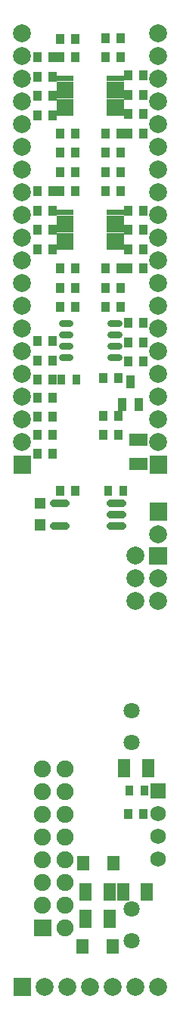
<source format=gts>
G04 Layer: TopSolderMaskLayer*
G04 EasyEDA v6.4.19.5, 2021-06-09T13:24:33+02:00*
G04 4d0a35ba0e1948c19c820806b4e2a2d6,fb9c11b3819f4bbabdc06984e21ef5f2,10*
G04 Gerber Generator version 0.2*
G04 Scale: 100 percent, Rotated: No, Reflected: No *
G04 Dimensions in millimeters *
G04 leading zeros omitted , absolute positions ,4 integer and 5 decimal *
%FSLAX45Y45*%
%MOMM*%

%ADD35C,0.8532*%
%ADD36C,0.8032*%
%ADD38C,2.0032*%
%ADD46C,1.8032*%
%ADD48C,1.9032*%
%ADD50C,1.7272*%

%LPD*%
D35*
X1112484Y-5636996D02*
G01*
X1247482Y-5636996D01*
X482513Y-5382996D02*
G01*
X617512Y-5382996D01*
X482564Y-5636996D02*
G01*
X617562Y-5636996D01*
X1112484Y-5509996D02*
G01*
X1247482Y-5509996D01*
X1112484Y-5382996D02*
G01*
X1247482Y-5382996D01*
D36*
X1116990Y-3746500D02*
G01*
X1208989Y-3746500D01*
X1116990Y-3619500D02*
G01*
X1208989Y-3619500D01*
X1116990Y-3492500D02*
G01*
X1208989Y-3492500D01*
X1116990Y-3365500D02*
G01*
X1208989Y-3365500D01*
X569010Y-3746500D02*
G01*
X661012Y-3746500D01*
X569010Y-3619500D02*
G01*
X661012Y-3619500D01*
X569010Y-3492500D02*
G01*
X661012Y-3492500D01*
X569010Y-3365500D02*
G01*
X661012Y-3365500D01*
G36*
X27939Y-10895076D02*
G01*
X27939Y-10694924D01*
X228092Y-10694924D01*
X228092Y-10895076D01*
G37*
D38*
G01*
X381990Y-10794974D03*
G01*
X635990Y-10794974D03*
G01*
X889990Y-10794974D03*
G01*
X1143990Y-10794974D03*
G01*
X1397990Y-10794974D03*
G01*
X1651990Y-10794974D03*
G36*
X504952Y-5295137D02*
G01*
X504952Y-5184902D01*
X595121Y-5184902D01*
X595121Y-5295137D01*
G37*
G36*
X674878Y-5295137D02*
G01*
X674878Y-5184902D01*
X765047Y-5184902D01*
X765047Y-5295137D01*
G37*
G36*
X269747Y-5685028D02*
G01*
X269747Y-5564886D01*
X390144Y-5564886D01*
X390144Y-5685028D01*
G37*
G36*
X269747Y-5445252D02*
G01*
X269747Y-5324855D01*
X390144Y-5324855D01*
X390144Y-5445252D01*
G37*
G01*
X1393012Y-6479006D03*
G01*
X1647012Y-6479006D03*
G01*
X1393012Y-6225006D03*
G01*
X1647012Y-6225006D03*
G01*
X1393012Y-5971006D03*
G36*
X1546860Y-6071107D02*
G01*
X1546860Y-5870955D01*
X1747265Y-5870955D01*
X1747265Y-6071107D01*
G37*
G36*
X1329944Y-4742687D02*
G01*
X1329944Y-4607305D01*
X1530095Y-4607305D01*
X1530095Y-4742687D01*
G37*
G36*
X1329944Y-5012689D02*
G01*
X1329944Y-4877307D01*
X1530095Y-4877307D01*
X1530095Y-5012689D01*
G37*
G36*
X1079754Y-9490202D02*
G01*
X1079754Y-9329928D01*
X1220215Y-9329928D01*
X1220215Y-9490202D01*
G37*
G36*
X739902Y-9490202D02*
G01*
X739902Y-9329928D01*
X880110Y-9329928D01*
X880110Y-9490202D01*
G37*
G36*
X729742Y-10420095D02*
G01*
X729742Y-10259821D01*
X870204Y-10259821D01*
X870204Y-10420095D01*
G37*
G36*
X1069847Y-10420095D02*
G01*
X1069847Y-10259821D01*
X1210055Y-10259821D01*
X1210055Y-10420095D01*
G37*
G36*
X249936Y-4880102D02*
G01*
X249936Y-4769865D01*
X340105Y-4769865D01*
X340105Y-4880102D01*
G37*
G36*
X419862Y-4880102D02*
G01*
X419862Y-4769865D01*
X510286Y-4769865D01*
X510286Y-4880102D01*
G37*
G36*
X249936Y-4675123D02*
G01*
X249936Y-4564887D01*
X340105Y-4564887D01*
X340105Y-4675123D01*
G37*
G36*
X419862Y-4675123D02*
G01*
X419862Y-4564887D01*
X510286Y-4564887D01*
X510286Y-4675123D01*
G37*
G36*
X249936Y-4470145D02*
G01*
X249936Y-4359910D01*
X340105Y-4359910D01*
X340105Y-4470145D01*
G37*
G36*
X419862Y-4470145D02*
G01*
X419862Y-4359910D01*
X510286Y-4359910D01*
X510286Y-4470145D01*
G37*
G36*
X249936Y-4260087D02*
G01*
X249936Y-4149852D01*
X340105Y-4149852D01*
X340105Y-4260087D01*
G37*
G36*
X419862Y-4260087D02*
G01*
X419862Y-4149852D01*
X510286Y-4149852D01*
X510286Y-4260087D01*
G37*
G36*
X249936Y-4050029D02*
G01*
X249936Y-3939794D01*
X340105Y-3939794D01*
X340105Y-4050029D01*
G37*
G36*
X419862Y-4050029D02*
G01*
X419862Y-3939794D01*
X510286Y-3939794D01*
X510286Y-4050029D01*
G37*
G36*
X1439926Y-8910065D02*
G01*
X1439926Y-8799829D01*
X1530095Y-8799829D01*
X1530095Y-8910065D01*
G37*
G36*
X1269745Y-8910065D02*
G01*
X1269745Y-8799829D01*
X1360170Y-8799829D01*
X1360170Y-8910065D01*
G37*
G36*
X1449831Y-8655050D02*
G01*
X1449831Y-8544813D01*
X1540255Y-8544813D01*
X1540255Y-8655050D01*
G37*
G36*
X1279905Y-8655050D02*
G01*
X1279905Y-8544813D01*
X1370076Y-8544813D01*
X1370076Y-8655050D01*
G37*
G36*
X1159763Y-4460239D02*
G01*
X1159763Y-4349750D01*
X1250187Y-4349750D01*
X1250187Y-4460239D01*
G37*
G36*
X989837Y-4460239D02*
G01*
X989837Y-4349750D01*
X1080262Y-4349750D01*
X1080262Y-4460239D01*
G37*
G36*
X1037336Y-10130028D02*
G01*
X1037336Y-9929876D01*
X1172718Y-9929876D01*
X1172718Y-10130028D01*
G37*
G36*
X767334Y-10130028D02*
G01*
X767334Y-9929876D01*
X902715Y-9929876D01*
X902715Y-10130028D01*
G37*
G36*
X1457452Y-9830054D02*
G01*
X1457452Y-9629902D01*
X1592579Y-9629902D01*
X1592579Y-9830054D01*
G37*
G36*
X1187450Y-9830054D02*
G01*
X1187450Y-9629902D01*
X1322578Y-9629902D01*
X1322578Y-9830054D01*
G37*
G36*
X1202436Y-8445245D02*
G01*
X1202436Y-8244839D01*
X1337563Y-8244839D01*
X1337563Y-8445245D01*
G37*
G36*
X1472437Y-8445245D02*
G01*
X1472437Y-8244839D01*
X1607565Y-8244839D01*
X1607565Y-8445245D01*
G37*
G36*
X767334Y-9830054D02*
G01*
X767334Y-9629902D01*
X902715Y-9629902D01*
X902715Y-9830054D01*
G37*
G36*
X1037336Y-9830054D02*
G01*
X1037336Y-9629902D01*
X1172718Y-9629902D01*
X1172718Y-9830054D01*
G37*
G36*
X674878Y-1947418D02*
G01*
X674878Y-1837181D01*
X765047Y-1837181D01*
X765047Y-1947418D01*
G37*
G36*
X504952Y-1947418D02*
G01*
X504952Y-1837181D01*
X595121Y-1837181D01*
X595121Y-1947418D01*
G37*
G36*
X250952Y-2379218D02*
G01*
X250952Y-2268981D01*
X341121Y-2268981D01*
X341121Y-2379218D01*
G37*
G36*
X420878Y-2379218D02*
G01*
X420878Y-2268981D01*
X511047Y-2268981D01*
X511047Y-2379218D01*
G37*
G36*
X1012952Y-2811018D02*
G01*
X1012952Y-2700781D01*
X1103121Y-2700781D01*
X1103121Y-2811018D01*
G37*
G36*
X1182878Y-2811018D02*
G01*
X1182878Y-2700781D01*
X1273047Y-2700781D01*
X1273047Y-2811018D01*
G37*
G36*
X1436878Y-2379218D02*
G01*
X1436878Y-2268981D01*
X1527047Y-2268981D01*
X1527047Y-2379218D01*
G37*
G36*
X1266952Y-2379218D02*
G01*
X1266952Y-2268981D01*
X1357121Y-2268981D01*
X1357121Y-2379218D01*
G37*
G36*
X674878Y-448818D02*
G01*
X674878Y-338581D01*
X765047Y-338581D01*
X765047Y-448818D01*
G37*
G36*
X504952Y-448818D02*
G01*
X504952Y-338581D01*
X595121Y-338581D01*
X595121Y-448818D01*
G37*
G36*
X250952Y-880618D02*
G01*
X250952Y-770381D01*
X341121Y-770381D01*
X341121Y-880618D01*
G37*
G36*
X420878Y-880618D02*
G01*
X420878Y-770381D01*
X511047Y-770381D01*
X511047Y-880618D01*
G37*
G36*
X1012952Y-1299718D02*
G01*
X1012952Y-1189481D01*
X1103121Y-1189481D01*
X1103121Y-1299718D01*
G37*
G36*
X1182878Y-1299718D02*
G01*
X1182878Y-1189481D01*
X1273047Y-1189481D01*
X1273047Y-1299718D01*
G37*
G36*
X1436878Y-867918D02*
G01*
X1436878Y-757681D01*
X1527047Y-757681D01*
X1527047Y-867918D01*
G37*
G36*
X1266952Y-867918D02*
G01*
X1266952Y-757681D01*
X1357121Y-757681D01*
X1357121Y-867918D01*
G37*
G36*
X1214881Y-5300218D02*
G01*
X1214881Y-5189728D01*
X1305052Y-5189728D01*
X1305052Y-5300218D01*
G37*
G36*
X1044955Y-5300218D02*
G01*
X1044955Y-5189728D01*
X1135126Y-5189728D01*
X1135126Y-5300218D01*
G37*
G01*
X1651000Y-5727700D03*
G36*
X1550923Y-5573776D02*
G01*
X1550923Y-5373623D01*
X1751076Y-5373623D01*
X1751076Y-5573776D01*
G37*
G36*
X1436878Y-3852418D02*
G01*
X1436878Y-3742181D01*
X1527047Y-3742181D01*
X1527047Y-3852418D01*
G37*
G36*
X1266952Y-3852418D02*
G01*
X1266952Y-3742181D01*
X1357121Y-3742181D01*
X1357121Y-3852418D01*
G37*
G36*
X420878Y-3623818D02*
G01*
X420878Y-3513581D01*
X511047Y-3513581D01*
X511047Y-3623818D01*
G37*
G36*
X250952Y-3623818D02*
G01*
X250952Y-3513581D01*
X341121Y-3513581D01*
X341121Y-3623818D01*
G37*
G36*
X1012952Y-1731518D02*
G01*
X1012952Y-1621281D01*
X1103121Y-1621281D01*
X1103121Y-1731518D01*
G37*
G36*
X1182878Y-1731518D02*
G01*
X1182878Y-1621281D01*
X1273047Y-1621281D01*
X1273047Y-1731518D01*
G37*
G36*
X674878Y-3026918D02*
G01*
X674878Y-2916681D01*
X765047Y-2916681D01*
X765047Y-3026918D01*
G37*
G36*
X504952Y-3026918D02*
G01*
X504952Y-2916681D01*
X595121Y-2916681D01*
X595121Y-3026918D01*
G37*
G36*
X250952Y-1947418D02*
G01*
X250952Y-1837181D01*
X341121Y-1837181D01*
X341121Y-1947418D01*
G37*
G36*
X420878Y-1947418D02*
G01*
X420878Y-1837181D01*
X511047Y-1837181D01*
X511047Y-1947418D01*
G37*
G36*
X1436878Y-2811018D02*
G01*
X1436878Y-2700781D01*
X1527047Y-2700781D01*
X1527047Y-2811018D01*
G37*
G36*
X1266952Y-2811018D02*
G01*
X1266952Y-2700781D01*
X1357121Y-2700781D01*
X1357121Y-2811018D01*
G37*
G36*
X504952Y-1731518D02*
G01*
X504952Y-1621281D01*
X595121Y-1621281D01*
X595121Y-1731518D01*
G37*
G36*
X674878Y-1731518D02*
G01*
X674878Y-1621281D01*
X765047Y-1621281D01*
X765047Y-1731518D01*
G37*
G36*
X1182878Y-3026918D02*
G01*
X1182878Y-2916681D01*
X1273047Y-2916681D01*
X1273047Y-3026918D01*
G37*
G36*
X1012952Y-3026918D02*
G01*
X1012952Y-2916681D01*
X1103121Y-2916681D01*
X1103121Y-3026918D01*
G37*
G36*
X1182878Y-1515618D02*
G01*
X1182878Y-1405381D01*
X1273047Y-1405381D01*
X1273047Y-1515618D01*
G37*
G36*
X1012952Y-1515618D02*
G01*
X1012952Y-1405381D01*
X1103121Y-1405381D01*
X1103121Y-1515618D01*
G37*
G36*
X504952Y-245110D02*
G01*
X504952Y-134873D01*
X595121Y-134873D01*
X595121Y-245110D01*
G37*
G36*
X674878Y-245110D02*
G01*
X674878Y-134873D01*
X765047Y-134873D01*
X765047Y-245110D01*
G37*
G36*
X1436878Y-1299718D02*
G01*
X1436878Y-1189481D01*
X1527047Y-1189481D01*
X1527047Y-1299718D01*
G37*
G36*
X1266952Y-1299718D02*
G01*
X1266952Y-1189481D01*
X1357121Y-1189481D01*
X1357121Y-1299718D01*
G37*
G36*
X250952Y-448818D02*
G01*
X250952Y-338581D01*
X341121Y-338581D01*
X341121Y-448818D01*
G37*
G36*
X420878Y-448818D02*
G01*
X420878Y-338581D01*
X511047Y-338581D01*
X511047Y-448818D01*
G37*
G36*
X1266952Y-1083818D02*
G01*
X1266952Y-973581D01*
X1357121Y-973581D01*
X1357121Y-1083818D01*
G37*
G36*
X1436878Y-1083818D02*
G01*
X1436878Y-973581D01*
X1527047Y-973581D01*
X1527047Y-1083818D01*
G37*
G36*
X420878Y-664718D02*
G01*
X420878Y-554481D01*
X511047Y-554481D01*
X511047Y-664718D01*
G37*
G36*
X250952Y-664718D02*
G01*
X250952Y-554481D01*
X341121Y-554481D01*
X341121Y-664718D01*
G37*
G36*
X1266952Y-3636518D02*
G01*
X1266952Y-3526281D01*
X1357121Y-3526281D01*
X1357121Y-3636518D01*
G37*
G36*
X1436878Y-3636518D02*
G01*
X1436878Y-3526281D01*
X1527047Y-3526281D01*
X1527047Y-3636518D01*
G37*
G36*
X250952Y-3839718D02*
G01*
X250952Y-3729481D01*
X341121Y-3729481D01*
X341121Y-3839718D01*
G37*
G36*
X420878Y-3839718D02*
G01*
X420878Y-3729481D01*
X511047Y-3729481D01*
X511047Y-3839718D01*
G37*
G36*
X250952Y-2595118D02*
G01*
X250952Y-2484881D01*
X341121Y-2484881D01*
X341121Y-2595118D01*
G37*
G36*
X420878Y-2595118D02*
G01*
X420878Y-2484881D01*
X511047Y-2484881D01*
X511047Y-2595118D01*
G37*
G36*
X1436878Y-2163318D02*
G01*
X1436878Y-2053081D01*
X1527047Y-2053081D01*
X1527047Y-2163318D01*
G37*
G36*
X1266952Y-2163318D02*
G01*
X1266952Y-2053081D01*
X1357121Y-2053081D01*
X1357121Y-2163318D01*
G37*
G36*
X1436878Y-652018D02*
G01*
X1436878Y-541781D01*
X1527047Y-541781D01*
X1527047Y-652018D01*
G37*
G36*
X1266952Y-652018D02*
G01*
X1266952Y-541781D01*
X1357121Y-541781D01*
X1357121Y-652018D01*
G37*
G36*
X250952Y-1096518D02*
G01*
X250952Y-986281D01*
X341121Y-986281D01*
X341121Y-1096518D01*
G37*
G36*
X420878Y-1096518D02*
G01*
X420878Y-986281D01*
X511047Y-986281D01*
X511047Y-1096518D01*
G37*
G36*
X1199895Y-4347718D02*
G01*
X1199895Y-4202176D01*
X1290065Y-4202176D01*
X1290065Y-4347718D01*
G37*
G36*
X1389887Y-4347718D02*
G01*
X1389887Y-4202176D01*
X1480057Y-4202176D01*
X1480057Y-4347718D01*
G37*
G36*
X1294892Y-4097781D02*
G01*
X1294892Y-3952239D01*
X1385062Y-3952239D01*
X1385062Y-4097781D01*
G37*
G36*
X513842Y-2159254D02*
G01*
X513842Y-2099055D01*
X704087Y-2099055D01*
X704087Y-2159254D01*
G37*
G36*
X513842Y-2224278D02*
G01*
X513842Y-2163826D01*
X704087Y-2163826D01*
X704087Y-2224278D01*
G37*
G36*
X513842Y-2289302D02*
G01*
X513842Y-2228850D01*
X704087Y-2228850D01*
X704087Y-2289302D01*
G37*
G36*
X513842Y-2354326D02*
G01*
X513842Y-2293873D01*
X704087Y-2293873D01*
X704087Y-2354326D01*
G37*
G36*
X513842Y-2419350D02*
G01*
X513842Y-2358897D01*
X704087Y-2358897D01*
X704087Y-2419350D01*
G37*
G36*
X513842Y-2484373D02*
G01*
X513842Y-2423921D01*
X704087Y-2423921D01*
X704087Y-2484373D01*
G37*
G36*
X513842Y-2549144D02*
G01*
X513842Y-2488945D01*
X704087Y-2488945D01*
X704087Y-2549144D01*
G37*
G36*
X1073912Y-2549144D02*
G01*
X1073912Y-2488945D01*
X1264157Y-2488945D01*
X1264157Y-2549144D01*
G37*
G36*
X1073912Y-2484373D02*
G01*
X1073912Y-2423921D01*
X1264157Y-2423921D01*
X1264157Y-2484373D01*
G37*
G36*
X1073912Y-2419350D02*
G01*
X1073912Y-2358897D01*
X1264157Y-2358897D01*
X1264157Y-2419350D01*
G37*
G36*
X1073912Y-2354326D02*
G01*
X1073912Y-2293873D01*
X1264157Y-2293873D01*
X1264157Y-2354326D01*
G37*
G36*
X1073912Y-2289302D02*
G01*
X1073912Y-2228850D01*
X1264157Y-2228850D01*
X1264157Y-2289302D01*
G37*
G36*
X1073912Y-2224278D02*
G01*
X1073912Y-2163826D01*
X1264157Y-2163826D01*
X1264157Y-2224278D01*
G37*
G36*
X1073912Y-2159254D02*
G01*
X1073912Y-2099055D01*
X1264157Y-2099055D01*
X1264157Y-2159254D01*
G37*
G36*
X513842Y-660654D02*
G01*
X513842Y-600455D01*
X704087Y-600455D01*
X704087Y-660654D01*
G37*
G36*
X513842Y-725678D02*
G01*
X513842Y-665226D01*
X704087Y-665226D01*
X704087Y-725678D01*
G37*
G36*
X513842Y-790702D02*
G01*
X513842Y-730250D01*
X704087Y-730250D01*
X704087Y-790702D01*
G37*
G36*
X513842Y-855726D02*
G01*
X513842Y-795273D01*
X704087Y-795273D01*
X704087Y-855726D01*
G37*
G36*
X513842Y-920750D02*
G01*
X513842Y-860297D01*
X704087Y-860297D01*
X704087Y-920750D01*
G37*
G36*
X513842Y-985773D02*
G01*
X513842Y-925321D01*
X704087Y-925321D01*
X704087Y-985773D01*
G37*
G36*
X513842Y-1050544D02*
G01*
X513842Y-990345D01*
X704087Y-990345D01*
X704087Y-1050544D01*
G37*
G36*
X1073912Y-1050544D02*
G01*
X1073912Y-990345D01*
X1264157Y-990345D01*
X1264157Y-1050544D01*
G37*
G36*
X1073912Y-985773D02*
G01*
X1073912Y-925321D01*
X1264157Y-925321D01*
X1264157Y-985773D01*
G37*
G36*
X1073912Y-920750D02*
G01*
X1073912Y-860297D01*
X1264157Y-860297D01*
X1264157Y-920750D01*
G37*
G36*
X1073912Y-855726D02*
G01*
X1073912Y-795273D01*
X1264157Y-795273D01*
X1264157Y-855726D01*
G37*
G36*
X1073912Y-790702D02*
G01*
X1073912Y-730250D01*
X1264157Y-730250D01*
X1264157Y-790702D01*
G37*
G36*
X1073912Y-725678D02*
G01*
X1073912Y-665226D01*
X1264157Y-665226D01*
X1264157Y-725678D01*
G37*
G36*
X1073912Y-660654D02*
G01*
X1073912Y-600455D01*
X1264157Y-600455D01*
X1264157Y-660654D01*
G37*
G36*
X1159763Y-4040123D02*
G01*
X1159763Y-3929887D01*
X1250187Y-3929887D01*
X1250187Y-4040123D01*
G37*
G36*
X989837Y-4040123D02*
G01*
X989837Y-3929887D01*
X1080262Y-3929887D01*
X1080262Y-4040123D01*
G37*
G36*
X519937Y-4055110D02*
G01*
X519937Y-3944873D01*
X610107Y-3944873D01*
X610107Y-4055110D01*
G37*
G36*
X689863Y-4055110D02*
G01*
X689863Y-3944873D01*
X780287Y-3944873D01*
X780287Y-4055110D01*
G37*
G36*
X674878Y-1515618D02*
G01*
X674878Y-1405381D01*
X765047Y-1405381D01*
X765047Y-1515618D01*
G37*
G36*
X504952Y-1515618D02*
G01*
X504952Y-1405381D01*
X595121Y-1405381D01*
X595121Y-1515618D01*
G37*
G36*
X1012952Y-232918D02*
G01*
X1012952Y-122681D01*
X1103121Y-122681D01*
X1103121Y-232918D01*
G37*
G36*
X1182878Y-232918D02*
G01*
X1182878Y-122681D01*
X1273047Y-122681D01*
X1273047Y-232918D01*
G37*
G36*
X1266952Y-2595118D02*
G01*
X1266952Y-2484881D01*
X1357121Y-2484881D01*
X1357121Y-2595118D01*
G37*
G36*
X1436878Y-2595118D02*
G01*
X1436878Y-2484881D01*
X1527047Y-2484881D01*
X1527047Y-2595118D01*
G37*
G36*
X420878Y-2163318D02*
G01*
X420878Y-2053081D01*
X511047Y-2053081D01*
X511047Y-2163318D01*
G37*
G36*
X250952Y-2163318D02*
G01*
X250952Y-2053081D01*
X341121Y-2053081D01*
X341121Y-2163318D01*
G37*
G36*
X1012952Y-3242818D02*
G01*
X1012952Y-3132581D01*
X1103121Y-3132581D01*
X1103121Y-3242818D01*
G37*
G36*
X1182878Y-3242818D02*
G01*
X1182878Y-3132581D01*
X1273047Y-3132581D01*
X1273047Y-3242818D01*
G37*
G36*
X1012952Y-448818D02*
G01*
X1012952Y-338581D01*
X1103121Y-338581D01*
X1103121Y-448818D01*
G37*
G36*
X1182878Y-448818D02*
G01*
X1182878Y-338581D01*
X1273047Y-338581D01*
X1273047Y-448818D01*
G37*
G36*
X1436878Y-3420618D02*
G01*
X1436878Y-3310381D01*
X1527047Y-3310381D01*
X1527047Y-3420618D01*
G37*
G36*
X1266952Y-3420618D02*
G01*
X1266952Y-3310381D01*
X1357121Y-3310381D01*
X1357121Y-3420618D01*
G37*
G36*
X674878Y-1299718D02*
G01*
X674878Y-1189481D01*
X765047Y-1189481D01*
X765047Y-1299718D01*
G37*
G36*
X504952Y-1299718D02*
G01*
X504952Y-1189481D01*
X595121Y-1189481D01*
X595121Y-1299718D01*
G37*
G36*
X674878Y-3242818D02*
G01*
X674878Y-3132581D01*
X765047Y-3132581D01*
X765047Y-3242818D01*
G37*
G36*
X504952Y-3242818D02*
G01*
X504952Y-3132581D01*
X595121Y-3132581D01*
X595121Y-3242818D01*
G37*
G36*
X1012952Y-1947418D02*
G01*
X1012952Y-1837181D01*
X1103121Y-1837181D01*
X1103121Y-1947418D01*
G37*
G36*
X1182878Y-1947418D02*
G01*
X1182878Y-1837181D01*
X1273047Y-1837181D01*
X1273047Y-1947418D01*
G37*
G36*
X674878Y-2811018D02*
G01*
X674878Y-2700781D01*
X765047Y-2700781D01*
X765047Y-2811018D01*
G37*
G36*
X504952Y-2811018D02*
G01*
X504952Y-2700781D01*
X595121Y-2700781D01*
X595121Y-2811018D01*
G37*
G36*
X989837Y-4670044D02*
G01*
X989837Y-4559807D01*
X1080262Y-4559807D01*
X1080262Y-4670044D01*
G37*
G36*
X1159763Y-4670044D02*
G01*
X1159763Y-4559807D01*
X1250187Y-4559807D01*
X1250187Y-4670044D01*
G37*
D46*
G01*
X1350010Y-8055000D03*
G01*
X1350010Y-7704988D03*
G01*
X1354988Y-9924973D03*
G01*
X1354988Y-10274985D03*
D38*
G01*
X127000Y-127000D03*
G01*
X127000Y-381000D03*
G01*
X127000Y-635000D03*
G01*
X127000Y-889000D03*
G01*
X127000Y-1143000D03*
G01*
X127000Y-1397000D03*
G01*
X127000Y-1651000D03*
G01*
X127000Y-1905000D03*
G01*
X127000Y-2159000D03*
G01*
X127000Y-2413000D03*
G01*
X127000Y-2667000D03*
G01*
X127000Y-2921000D03*
G01*
X127000Y-3175000D03*
G01*
X127000Y-3429000D03*
G01*
X127000Y-3683000D03*
G01*
X127000Y-3937000D03*
G01*
X127000Y-4191000D03*
G01*
X127000Y-4445000D03*
G01*
X127000Y-4699000D03*
G36*
X26923Y-5053076D02*
G01*
X26923Y-4852923D01*
X227076Y-4852923D01*
X227076Y-5053076D01*
G37*
G01*
X1651000Y-127000D03*
G01*
X1651000Y-381000D03*
G01*
X1651000Y-635000D03*
G01*
X1651000Y-889000D03*
G01*
X1651000Y-1143000D03*
G01*
X1651000Y-1397000D03*
G01*
X1651000Y-1651000D03*
G01*
X1651000Y-1905000D03*
G01*
X1651000Y-2159000D03*
G01*
X1651000Y-2413000D03*
G01*
X1651000Y-2667000D03*
G01*
X1651000Y-2921000D03*
G01*
X1651000Y-3175000D03*
G01*
X1651000Y-3429000D03*
G01*
X1651000Y-3683000D03*
G01*
X1651000Y-3937000D03*
G01*
X1651000Y-4191000D03*
G01*
X1651000Y-4445000D03*
G01*
X1651000Y-4699000D03*
G36*
X1550923Y-5053076D02*
G01*
X1550923Y-4852923D01*
X1751076Y-4852923D01*
X1751076Y-5053076D01*
G37*
G36*
X260350Y-10229850D02*
G01*
X260350Y-10039350D01*
X450850Y-10039350D01*
X450850Y-10229850D01*
G37*
D48*
G01*
X609600Y-10134600D03*
G01*
X355600Y-9880600D03*
G01*
X609600Y-9880600D03*
G01*
X355600Y-9626600D03*
G01*
X609600Y-9626600D03*
G01*
X355600Y-9372600D03*
G01*
X609600Y-9372600D03*
G01*
X355600Y-9118600D03*
G01*
X609600Y-9118600D03*
G01*
X355600Y-8864600D03*
G01*
X609600Y-8864600D03*
G01*
X355600Y-8610600D03*
G01*
X609600Y-8610600D03*
G01*
X355600Y-8356600D03*
G01*
X609600Y-8356600D03*
G36*
X1563623Y-8685276D02*
G01*
X1563623Y-8512555D01*
X1736344Y-8512555D01*
X1736344Y-8685276D01*
G37*
D50*
G01*
X1650009Y-8852992D03*
G01*
X1650009Y-9106992D03*
G01*
X1650009Y-9360992D03*
M02*

</source>
